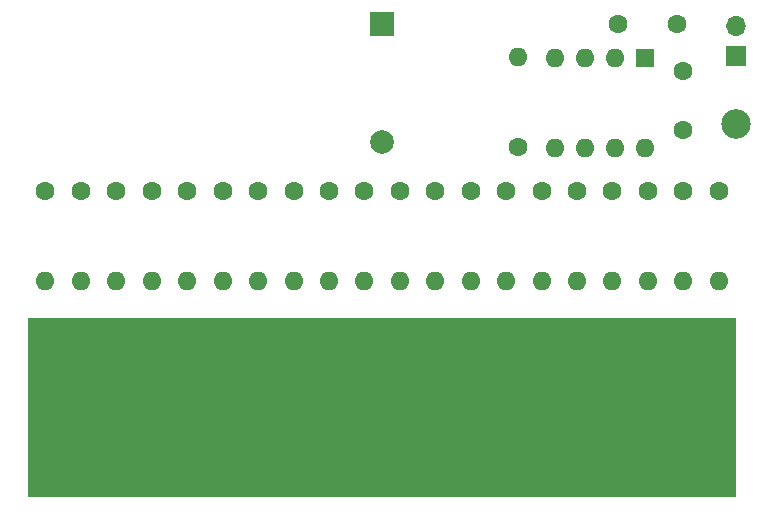
<source format=gbr>
%TF.GenerationSoftware,KiCad,Pcbnew,7.0.2-0*%
%TF.CreationDate,2023-05-23T14:09:32+01:00*%
%TF.ProjectId,pcb-stylophone,7063622d-7374-4796-9c6f-70686f6e652e,rev?*%
%TF.SameCoordinates,Original*%
%TF.FileFunction,Soldermask,Top*%
%TF.FilePolarity,Negative*%
%FSLAX46Y46*%
G04 Gerber Fmt 4.6, Leading zero omitted, Abs format (unit mm)*
G04 Created by KiCad (PCBNEW 7.0.2-0) date 2023-05-23 14:09:32*
%MOMM*%
%LPD*%
G01*
G04 APERTURE LIST*
%ADD10R,1.600000X1.600000*%
%ADD11O,1.600000X1.600000*%
%ADD12R,1.000000X1.000000*%
%ADD13C,1.600000*%
%ADD14R,2.000000X2.000000*%
%ADD15C,2.000000*%
%ADD16C,2.500000*%
%ADD17R,1.700000X1.700000*%
%ADD18O,1.700000X1.700000*%
G04 APERTURE END LIST*
D10*
%TO.C,U1*%
X154800000Y-105380000D03*
D11*
X152260000Y-105380000D03*
X149720000Y-105380000D03*
X147180000Y-105380000D03*
X147180000Y-113000000D03*
X149720000Y-113000000D03*
X152260000Y-113000000D03*
X154800000Y-113000000D03*
%TD*%
D12*
%TO.C,J13*%
X130000000Y-137500000D03*
%TD*%
%TO.C,J5*%
X152500000Y-132500000D03*
%TD*%
D13*
%TO.C,R16*%
X119000000Y-116690000D03*
D11*
X119000000Y-124310000D03*
%TD*%
D13*
%TO.C,R2*%
X161000000Y-116690000D03*
D11*
X161000000Y-124310000D03*
%TD*%
D12*
%TO.C,J14*%
X125000000Y-137500000D03*
%TD*%
D14*
%TO.C,LS1*%
X132500000Y-102500000D03*
D15*
X132500000Y-112500000D03*
%TD*%
D13*
%TO.C,R18*%
X113000000Y-116690000D03*
D11*
X113000000Y-124310000D03*
%TD*%
D12*
%TO.C,J19*%
X110000000Y-137500000D03*
%TD*%
D13*
%TO.C,R17*%
X116000000Y-116690000D03*
D11*
X116000000Y-124310000D03*
%TD*%
D12*
%TO.C,J9*%
X140000000Y-137500000D03*
%TD*%
D13*
%TO.C,R20*%
X107000000Y-116690000D03*
D11*
X107000000Y-124310000D03*
%TD*%
D13*
%TO.C,R13*%
X128000000Y-116690000D03*
D11*
X128000000Y-124310000D03*
%TD*%
D12*
%TO.C,J10*%
X137500000Y-132500000D03*
%TD*%
%TO.C,J18*%
X115000000Y-137500000D03*
%TD*%
D16*
%TO.C,J22*%
X162500000Y-111000000D03*
%TD*%
D12*
%TO.C,J11*%
X135000000Y-137500000D03*
%TD*%
D13*
%TO.C,C2*%
X152500000Y-102500000D03*
X157500000Y-102500000D03*
%TD*%
%TO.C,R11*%
X134000000Y-116690000D03*
D11*
X134000000Y-124310000D03*
%TD*%
D12*
%TO.C,J20*%
X107500000Y-132500000D03*
%TD*%
D17*
%TO.C,J1*%
X162500000Y-105275000D03*
D18*
X162500000Y-102735000D03*
%TD*%
D13*
%TO.C,R10*%
X137000000Y-116690000D03*
D11*
X137000000Y-124310000D03*
%TD*%
D12*
%TO.C,J3*%
X157500000Y-132500000D03*
%TD*%
%TO.C,J12*%
X132500000Y-132500000D03*
%TD*%
%TO.C,J15*%
X122500000Y-132500000D03*
%TD*%
%TO.C,J4*%
X155000000Y-137500000D03*
%TD*%
D13*
%TO.C,R8*%
X143000000Y-116690000D03*
D11*
X143000000Y-124310000D03*
%TD*%
D13*
%TO.C,R12*%
X131000000Y-116690000D03*
D11*
X131000000Y-124310000D03*
%TD*%
D13*
%TO.C,R1*%
X144000000Y-112990000D03*
D11*
X144000000Y-105370000D03*
%TD*%
D13*
%TO.C,R15*%
X122000000Y-116690000D03*
D11*
X122000000Y-124310000D03*
%TD*%
D13*
%TO.C,R6*%
X149000000Y-116690000D03*
D11*
X149000000Y-124310000D03*
%TD*%
D12*
%TO.C,J2*%
X160000000Y-137500000D03*
%TD*%
D13*
%TO.C,C1*%
X158000000Y-111500000D03*
X158000000Y-106500000D03*
%TD*%
%TO.C,R19*%
X110000000Y-116690000D03*
D11*
X110000000Y-124310000D03*
%TD*%
D13*
%TO.C,R3*%
X158000000Y-116690000D03*
D11*
X158000000Y-124310000D03*
%TD*%
D12*
%TO.C,J17*%
X117500000Y-132500000D03*
%TD*%
D13*
%TO.C,R4*%
X155000000Y-116690000D03*
D11*
X155000000Y-124310000D03*
%TD*%
D13*
%TO.C,R21*%
X104000000Y-116690000D03*
D11*
X104000000Y-124310000D03*
%TD*%
D12*
%TO.C,J6*%
X150000000Y-137500000D03*
%TD*%
D13*
%TO.C,R7*%
X146000000Y-116690000D03*
D11*
X146000000Y-124310000D03*
%TD*%
D12*
%TO.C,J21*%
X105000000Y-137500000D03*
%TD*%
%TO.C,J7*%
X145000000Y-137500000D03*
%TD*%
D13*
%TO.C,R9*%
X140000000Y-116690000D03*
D11*
X140000000Y-124310000D03*
%TD*%
D12*
%TO.C,J16*%
X120000000Y-137500000D03*
%TD*%
%TO.C,J8*%
X142500000Y-132500000D03*
%TD*%
D13*
%TO.C,R5*%
X152000000Y-116690000D03*
D11*
X152000000Y-124310000D03*
%TD*%
D13*
%TO.C,R14*%
X125000000Y-116690000D03*
D11*
X125000000Y-124310000D03*
%TD*%
G36*
X162418195Y-127407536D02*
G01*
X162432825Y-127413596D01*
X162479351Y-127453333D01*
X162486402Y-127467171D01*
X162492463Y-127481802D01*
X162500000Y-127519691D01*
X162500000Y-142480308D01*
X162492463Y-142518197D01*
X162486402Y-142532828D01*
X162446663Y-142579352D01*
X162432830Y-142586401D01*
X162418200Y-142592462D01*
X162380309Y-142600000D01*
X102619691Y-142600000D01*
X102581802Y-142592463D01*
X102567171Y-142586402D01*
X102520647Y-142546663D01*
X102513595Y-142532823D01*
X102507535Y-142518192D01*
X102500000Y-142480308D01*
X102500000Y-127519691D01*
X102507535Y-127481807D01*
X102513595Y-127467176D01*
X102553331Y-127420650D01*
X102567176Y-127413595D01*
X102581807Y-127407535D01*
X102619691Y-127400000D01*
X162380309Y-127400000D01*
X162418195Y-127407536D01*
G37*
M02*

</source>
